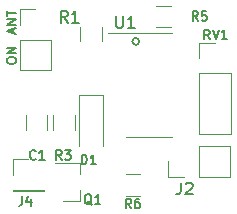
<source format=gto>
G04 #@! TF.GenerationSoftware,KiCad,Pcbnew,(5.1.6)-1*
G04 #@! TF.CreationDate,2021-07-12T15:37:42+03:00*
G04 #@! TF.ProjectId,detector,64657465-6374-46f7-922e-6b696361645f,rev?*
G04 #@! TF.SameCoordinates,Original*
G04 #@! TF.FileFunction,Legend,Top*
G04 #@! TF.FilePolarity,Positive*
%FSLAX46Y46*%
G04 Gerber Fmt 4.6, Leading zero omitted, Abs format (unit mm)*
G04 Created by KiCad (PCBNEW (5.1.6)-1) date 2021-07-12 15:37:42*
%MOMM*%
%LPD*%
G01*
G04 APERTURE LIST*
%ADD10C,0.150000*%
%ADD11C,0.120000*%
G04 APERTURE END LIST*
D10*
X31500001Y-24900000D02*
G75*
G03*
X31500001Y-24900000I-291548J0D01*
G01*
X20261904Y-26595238D02*
X20261904Y-26442857D01*
X20300000Y-26366666D01*
X20376190Y-26290476D01*
X20528571Y-26252380D01*
X20795238Y-26252380D01*
X20947619Y-26290476D01*
X21023809Y-26366666D01*
X21061904Y-26442857D01*
X21061904Y-26595238D01*
X21023809Y-26671428D01*
X20947619Y-26747619D01*
X20795238Y-26785714D01*
X20528571Y-26785714D01*
X20376190Y-26747619D01*
X20300000Y-26671428D01*
X20261904Y-26595238D01*
X21061904Y-25909523D02*
X20261904Y-25909523D01*
X21061904Y-25452380D01*
X20261904Y-25452380D01*
X20833333Y-24214285D02*
X20833333Y-23833333D01*
X21061904Y-24290476D02*
X20261904Y-24023809D01*
X21061904Y-23757142D01*
X21061904Y-23490476D02*
X20261904Y-23490476D01*
X21061904Y-23033333D01*
X20261904Y-23033333D01*
X20261904Y-22766666D02*
X20261904Y-22309523D01*
X21061904Y-22538095D02*
X20261904Y-22538095D01*
D11*
X32300000Y-33035000D02*
X34250000Y-33035000D01*
X32300000Y-33035000D02*
X30350000Y-33035000D01*
X32300000Y-24165000D02*
X34250000Y-24165000D01*
X32300000Y-24165000D02*
X28850000Y-24165000D01*
X36570000Y-32760000D02*
X39230000Y-32760000D01*
X36570000Y-27620000D02*
X36570000Y-32760000D01*
X39230000Y-27620000D02*
X39230000Y-32760000D01*
X36570000Y-27620000D02*
X39230000Y-27620000D01*
X36570000Y-26350000D02*
X36570000Y-25020000D01*
X36570000Y-25020000D02*
X37900000Y-25020000D01*
X26510000Y-38380000D02*
X26510000Y-37450000D01*
X26510000Y-35220000D02*
X26510000Y-36150000D01*
X26510000Y-35220000D02*
X24350000Y-35220000D01*
X26510000Y-38380000D02*
X25050000Y-38380000D01*
X21380000Y-22160000D02*
X22710000Y-22160000D01*
X21380000Y-23490000D02*
X21380000Y-22160000D01*
X21380000Y-24760000D02*
X24040000Y-24760000D01*
X24040000Y-24760000D02*
X24040000Y-27360000D01*
X21380000Y-24760000D02*
X21380000Y-27360000D01*
X21380000Y-27360000D02*
X24040000Y-27360000D01*
X31572064Y-36140000D02*
X30367936Y-36140000D01*
X31572064Y-37960000D02*
X30367936Y-37960000D01*
X20770000Y-34880000D02*
X22100000Y-34880000D01*
X20770000Y-36210000D02*
X20770000Y-34880000D01*
X20770000Y-37480000D02*
X23430000Y-37480000D01*
X23430000Y-37480000D02*
X23430000Y-37540000D01*
X20770000Y-37480000D02*
X20770000Y-37540000D01*
X20770000Y-37540000D02*
X23430000Y-37540000D01*
X28410000Y-33750000D02*
X28410000Y-29450000D01*
X28410000Y-29450000D02*
X26410000Y-29450000D01*
X26410000Y-29450000D02*
X26410000Y-33750000D01*
X32957936Y-21890000D02*
X34162064Y-21890000D01*
X32957936Y-23710000D02*
X34162064Y-23710000D01*
X26030000Y-31177936D02*
X26030000Y-32382064D01*
X24210000Y-31177936D02*
X24210000Y-32382064D01*
X26490000Y-24852064D02*
X26490000Y-23647936D01*
X28310000Y-24852064D02*
X28310000Y-23647936D01*
X39150000Y-36380000D02*
X39150000Y-33720000D01*
X36550000Y-36380000D02*
X39150000Y-36380000D01*
X36550000Y-33720000D02*
X39150000Y-33720000D01*
X36550000Y-36380000D02*
X36550000Y-33720000D01*
X35280000Y-36380000D02*
X33950000Y-36380000D01*
X33950000Y-36380000D02*
X33950000Y-35050000D01*
X23720000Y-31167936D02*
X23720000Y-32372064D01*
X21900000Y-31167936D02*
X21900000Y-32372064D01*
D10*
X29538095Y-22752380D02*
X29538095Y-23561904D01*
X29585714Y-23657142D01*
X29633333Y-23704761D01*
X29728571Y-23752380D01*
X29919047Y-23752380D01*
X30014285Y-23704761D01*
X30061904Y-23657142D01*
X30109523Y-23561904D01*
X30109523Y-22752380D01*
X31109523Y-23752380D02*
X30538095Y-23752380D01*
X30823809Y-23752380D02*
X30823809Y-22752380D01*
X30728571Y-22895238D01*
X30633333Y-22990476D01*
X30538095Y-23038095D01*
X37473809Y-24711904D02*
X37207142Y-24330952D01*
X37016666Y-24711904D02*
X37016666Y-23911904D01*
X37321428Y-23911904D01*
X37397619Y-23950000D01*
X37435714Y-23988095D01*
X37473809Y-24064285D01*
X37473809Y-24178571D01*
X37435714Y-24254761D01*
X37397619Y-24292857D01*
X37321428Y-24330952D01*
X37016666Y-24330952D01*
X37702380Y-23911904D02*
X37969047Y-24711904D01*
X38235714Y-23911904D01*
X38921428Y-24711904D02*
X38464285Y-24711904D01*
X38692857Y-24711904D02*
X38692857Y-23911904D01*
X38616666Y-24026190D01*
X38540476Y-24102380D01*
X38464285Y-24140476D01*
X27473809Y-38738095D02*
X27397619Y-38700000D01*
X27321428Y-38623809D01*
X27207142Y-38509523D01*
X27130952Y-38471428D01*
X27054761Y-38471428D01*
X27092857Y-38661904D02*
X27016666Y-38623809D01*
X26940476Y-38547619D01*
X26902380Y-38395238D01*
X26902380Y-38128571D01*
X26940476Y-37976190D01*
X27016666Y-37900000D01*
X27092857Y-37861904D01*
X27245238Y-37861904D01*
X27321428Y-37900000D01*
X27397619Y-37976190D01*
X27435714Y-38128571D01*
X27435714Y-38395238D01*
X27397619Y-38547619D01*
X27321428Y-38623809D01*
X27245238Y-38661904D01*
X27092857Y-38661904D01*
X28197619Y-38661904D02*
X27740476Y-38661904D01*
X27969047Y-38661904D02*
X27969047Y-37861904D01*
X27892857Y-37976190D01*
X27816666Y-38052380D01*
X27740476Y-38090476D01*
X30796666Y-39011904D02*
X30530000Y-38630952D01*
X30339523Y-39011904D02*
X30339523Y-38211904D01*
X30644285Y-38211904D01*
X30720476Y-38250000D01*
X30758571Y-38288095D01*
X30796666Y-38364285D01*
X30796666Y-38478571D01*
X30758571Y-38554761D01*
X30720476Y-38592857D01*
X30644285Y-38630952D01*
X30339523Y-38630952D01*
X31482380Y-38211904D02*
X31330000Y-38211904D01*
X31253809Y-38250000D01*
X31215714Y-38288095D01*
X31139523Y-38402380D01*
X31101428Y-38554761D01*
X31101428Y-38859523D01*
X31139523Y-38935714D01*
X31177619Y-38973809D01*
X31253809Y-39011904D01*
X31406190Y-39011904D01*
X31482380Y-38973809D01*
X31520476Y-38935714D01*
X31558571Y-38859523D01*
X31558571Y-38669047D01*
X31520476Y-38592857D01*
X31482380Y-38554761D01*
X31406190Y-38516666D01*
X31253809Y-38516666D01*
X31177619Y-38554761D01*
X31139523Y-38592857D01*
X31101428Y-38669047D01*
X21583333Y-38011904D02*
X21583333Y-38583333D01*
X21545238Y-38697619D01*
X21469047Y-38773809D01*
X21354761Y-38811904D01*
X21278571Y-38811904D01*
X22307142Y-38278571D02*
X22307142Y-38811904D01*
X22116666Y-37973809D02*
X21926190Y-38545238D01*
X22421428Y-38545238D01*
X26609523Y-35311904D02*
X26609523Y-34511904D01*
X26800000Y-34511904D01*
X26914285Y-34550000D01*
X26990476Y-34626190D01*
X27028571Y-34702380D01*
X27066666Y-34854761D01*
X27066666Y-34969047D01*
X27028571Y-35121428D01*
X26990476Y-35197619D01*
X26914285Y-35273809D01*
X26800000Y-35311904D01*
X26609523Y-35311904D01*
X27828571Y-35311904D02*
X27371428Y-35311904D01*
X27600000Y-35311904D02*
X27600000Y-34511904D01*
X27523809Y-34626190D01*
X27447619Y-34702380D01*
X27371428Y-34740476D01*
X36466666Y-23151904D02*
X36200000Y-22770952D01*
X36009523Y-23151904D02*
X36009523Y-22351904D01*
X36314285Y-22351904D01*
X36390476Y-22390000D01*
X36428571Y-22428095D01*
X36466666Y-22504285D01*
X36466666Y-22618571D01*
X36428571Y-22694761D01*
X36390476Y-22732857D01*
X36314285Y-22770952D01*
X36009523Y-22770952D01*
X37190476Y-22351904D02*
X36809523Y-22351904D01*
X36771428Y-22732857D01*
X36809523Y-22694761D01*
X36885714Y-22656666D01*
X37076190Y-22656666D01*
X37152380Y-22694761D01*
X37190476Y-22732857D01*
X37228571Y-22809047D01*
X37228571Y-22999523D01*
X37190476Y-23075714D01*
X37152380Y-23113809D01*
X37076190Y-23151904D01*
X36885714Y-23151904D01*
X36809523Y-23113809D01*
X36771428Y-23075714D01*
X24916666Y-34911904D02*
X24650000Y-34530952D01*
X24459523Y-34911904D02*
X24459523Y-34111904D01*
X24764285Y-34111904D01*
X24840476Y-34150000D01*
X24878571Y-34188095D01*
X24916666Y-34264285D01*
X24916666Y-34378571D01*
X24878571Y-34454761D01*
X24840476Y-34492857D01*
X24764285Y-34530952D01*
X24459523Y-34530952D01*
X25183333Y-34111904D02*
X25678571Y-34111904D01*
X25411904Y-34416666D01*
X25526190Y-34416666D01*
X25602380Y-34454761D01*
X25640476Y-34492857D01*
X25678571Y-34569047D01*
X25678571Y-34759523D01*
X25640476Y-34835714D01*
X25602380Y-34873809D01*
X25526190Y-34911904D01*
X25297619Y-34911904D01*
X25221428Y-34873809D01*
X25183333Y-34835714D01*
X25433333Y-23312380D02*
X25100000Y-22836190D01*
X24861904Y-23312380D02*
X24861904Y-22312380D01*
X25242857Y-22312380D01*
X25338095Y-22360000D01*
X25385714Y-22407619D01*
X25433333Y-22502857D01*
X25433333Y-22645714D01*
X25385714Y-22740952D01*
X25338095Y-22788571D01*
X25242857Y-22836190D01*
X24861904Y-22836190D01*
X26385714Y-23312380D02*
X25814285Y-23312380D01*
X26100000Y-23312380D02*
X26100000Y-22312380D01*
X26004761Y-22455238D01*
X25909523Y-22550476D01*
X25814285Y-22598095D01*
X35016666Y-36852380D02*
X35016666Y-37566666D01*
X34969047Y-37709523D01*
X34873809Y-37804761D01*
X34730952Y-37852380D01*
X34635714Y-37852380D01*
X35445238Y-36947619D02*
X35492857Y-36900000D01*
X35588095Y-36852380D01*
X35826190Y-36852380D01*
X35921428Y-36900000D01*
X35969047Y-36947619D01*
X36016666Y-37042857D01*
X36016666Y-37138095D01*
X35969047Y-37280952D01*
X35397619Y-37852380D01*
X36016666Y-37852380D01*
X22716666Y-34835714D02*
X22678571Y-34873809D01*
X22564285Y-34911904D01*
X22488095Y-34911904D01*
X22373809Y-34873809D01*
X22297619Y-34797619D01*
X22259523Y-34721428D01*
X22221428Y-34569047D01*
X22221428Y-34454761D01*
X22259523Y-34302380D01*
X22297619Y-34226190D01*
X22373809Y-34150000D01*
X22488095Y-34111904D01*
X22564285Y-34111904D01*
X22678571Y-34150000D01*
X22716666Y-34188095D01*
X23478571Y-34911904D02*
X23021428Y-34911904D01*
X23250000Y-34911904D02*
X23250000Y-34111904D01*
X23173809Y-34226190D01*
X23097619Y-34302380D01*
X23021428Y-34340476D01*
M02*

</source>
